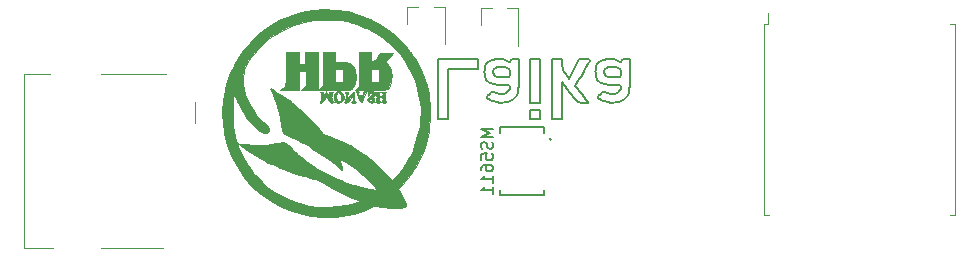
<source format=gbr>
%TF.GenerationSoftware,KiCad,Pcbnew,(5.1.6)-1*%
%TF.CreationDate,2021-06-02T18:30:26+10:00*%
%TF.ProjectId,L2_board,4c325f62-6f61-4726-942e-6b696361645f,2.0*%
%TF.SameCoordinates,Original*%
%TF.FileFunction,Legend,Bot*%
%TF.FilePolarity,Positive*%
%FSLAX46Y46*%
G04 Gerber Fmt 4.6, Leading zero omitted, Abs format (unit mm)*
G04 Created by KiCad (PCBNEW (5.1.6)-1) date 2021-06-02 18:30:26*
%MOMM*%
%LPD*%
G01*
G04 APERTURE LIST*
%ADD10C,0.200000*%
%ADD11C,0.010000*%
%ADD12C,0.120000*%
%ADD13C,0.152400*%
%ADD14C,0.100000*%
%ADD15C,0.150000*%
G04 APERTURE END LIST*
D10*
%TO.C,REF\u002A\u002A*%
X157480000Y-88900000D02*
X157830000Y-88900000D01*
X156083534Y-90392916D02*
X156477856Y-90400000D01*
X156477856Y-90400000D02*
X156909511Y-90394940D01*
X157830000Y-90309570D02*
X157823020Y-91048411D01*
X157823020Y-91048411D02*
X157797129Y-91493614D01*
X157830000Y-88900000D02*
X157830000Y-90309570D01*
X141630000Y-94000000D02*
X141630000Y-91450000D01*
X150230000Y-93600000D02*
X150230000Y-94000000D01*
X150230000Y-93200000D02*
X150230000Y-93600000D01*
X154061335Y-92596998D02*
X153894268Y-92600000D01*
X145854843Y-92240756D02*
X145751441Y-92166345D01*
X154202003Y-92587743D02*
X154061335Y-92596998D01*
X152130000Y-92435161D02*
X152130000Y-94000000D01*
X141630000Y-88900000D02*
X143330000Y-88900000D01*
X149830000Y-93200000D02*
X150230000Y-93200000D01*
X153977477Y-89873193D02*
X153836347Y-90112345D01*
X153229924Y-91174477D02*
X153779962Y-91845514D01*
X143730000Y-89700000D02*
X142430000Y-89700000D01*
X153141327Y-89718439D02*
X153580000Y-88902807D01*
X154424850Y-89135418D02*
X154082415Y-89700000D01*
X142030000Y-94000000D02*
X141630000Y-94000000D01*
X142430000Y-91850000D02*
X142430000Y-94000000D01*
X154082415Y-89700000D02*
X153977477Y-89873193D01*
X145030000Y-88900000D02*
X145030000Y-89300000D01*
X149430000Y-93200000D02*
X149830000Y-93200000D01*
X152702655Y-90534070D02*
X153141327Y-89718439D01*
X141630000Y-91450000D02*
X141630000Y-88900000D01*
X151230000Y-88900000D02*
X151680000Y-88900000D01*
X145030000Y-89700000D02*
X143730000Y-89700000D01*
X151680000Y-88900000D02*
X152130000Y-88900000D01*
X153779962Y-91845514D02*
X153990801Y-92105746D01*
X152794268Y-91735161D02*
X152130000Y-90870322D01*
X151680000Y-94000000D02*
X151230000Y-94000000D01*
X154168426Y-92331690D02*
X154320264Y-92529485D01*
X153548140Y-90612238D02*
X153229924Y-91174477D01*
X149430000Y-94000000D02*
X149430000Y-93600000D01*
X149430000Y-93600000D02*
X149430000Y-93200000D01*
X153836347Y-90112345D02*
X153685795Y-90371342D01*
X149830000Y-94000000D02*
X149430000Y-94000000D01*
X142430000Y-94000000D02*
X142030000Y-94000000D01*
X153685795Y-90371342D02*
X153548140Y-90612238D01*
X143330000Y-88900000D02*
X145030000Y-88900000D01*
X152130000Y-88900000D02*
X152132690Y-89375000D01*
X145030000Y-89300000D02*
X145030000Y-89700000D01*
X151230000Y-91450000D02*
X151230000Y-88900000D01*
X153990801Y-92105746D02*
X154168426Y-92331690D01*
X152130000Y-90870322D02*
X152130000Y-92435161D01*
X150230000Y-94000000D02*
X149830000Y-94000000D01*
X152130000Y-94000000D02*
X151680000Y-94000000D01*
X151230000Y-94000000D02*
X151230000Y-91450000D01*
X153580000Y-88902807D02*
X154058518Y-88901403D01*
X153229372Y-92289733D02*
X152794268Y-91735161D01*
X146155000Y-92402692D02*
X145992173Y-92322427D01*
X152419017Y-90192035D02*
X152702655Y-90534070D01*
X154315385Y-92574921D02*
X154202003Y-92587743D01*
X142430000Y-89700000D02*
X142430000Y-91850000D01*
X145743938Y-92075144D02*
X145802576Y-91992371D01*
X145882461Y-91898032D02*
X145977068Y-91802754D01*
X148080000Y-88900000D02*
X148430000Y-88900000D01*
X148423020Y-91048411D02*
X148397129Y-91493614D01*
X147479942Y-89040766D02*
X147624873Y-89131577D01*
X148430000Y-90309570D02*
X148423020Y-91048411D01*
X148430000Y-88900000D02*
X148430000Y-90309570D01*
X145977068Y-91802754D02*
X146114815Y-91683982D01*
X150230000Y-90750000D02*
X150230000Y-92600000D01*
X155254843Y-92240756D02*
X155151441Y-92166345D01*
X149830000Y-92600000D02*
X149430000Y-92600000D01*
X155143938Y-92075144D02*
X155202576Y-91992371D01*
X149830000Y-88900000D02*
X150230000Y-88900000D01*
X155555000Y-92402692D02*
X155392173Y-92322427D01*
X146683534Y-90392916D02*
X147077856Y-90400000D01*
X155377068Y-91802754D02*
X155514815Y-91683982D01*
X149430000Y-92600000D02*
X149430000Y-90750000D01*
X156879942Y-89040766D02*
X157024873Y-89131577D01*
X149430000Y-90750000D02*
X149430000Y-88900000D01*
X149430000Y-88900000D02*
X149830000Y-88900000D01*
X150230000Y-92600000D02*
X149830000Y-92600000D01*
X147077856Y-90400000D02*
X147509511Y-90394940D01*
X150230000Y-88900000D02*
X150230000Y-90750000D01*
X155282461Y-91898032D02*
X155377068Y-91802754D01*
X157117221Y-91353374D02*
G75*
G03*
X157112977Y-91206351I-122572J70035D01*
G01*
X156703975Y-91795647D02*
G75*
G03*
X156825841Y-91726275I-154100J412433D01*
G01*
X156172750Y-91822906D02*
G75*
G03*
X156340708Y-91836405I208887J1547459D01*
G01*
X155687109Y-91643684D02*
G75*
G03*
X155606566Y-91638282I-48360J-117895D01*
G01*
X155864447Y-91748021D02*
G75*
G03*
X156006520Y-91791369I462443J1261166D01*
G01*
X155777782Y-91698159D02*
G75*
G03*
X155864447Y-91748021I188019J226549D01*
G01*
X155606565Y-91638282D02*
G75*
G03*
X155514815Y-91683982I63040J-241512D01*
G01*
X156457512Y-88885435D02*
G75*
G03*
X155911587Y-88888710I-260505J-2078426D01*
G01*
X154982077Y-90428858D02*
G75*
G03*
X155105000Y-90693856I587903J111698D01*
G01*
X156825841Y-91726275D02*
G75*
G03*
X156939994Y-91612490I-475852J591542D01*
G01*
X156551746Y-91830026D02*
G75*
G03*
X156703976Y-91795647I-50005J575639D01*
G01*
X155105000Y-90693856D02*
G75*
G03*
X155316569Y-90862431I487851J395225D01*
G01*
X156340707Y-91836406D02*
G75*
G03*
X156551745Y-91830027I49061J1871077D01*
G01*
X147648342Y-90363969D02*
G75*
G03*
X147711302Y-90286798I-44309J100418D01*
G01*
X155652836Y-90988731D02*
G75*
G03*
X156087872Y-91069485I724964J2693309D01*
G01*
X155394144Y-89031333D02*
G75*
G03*
X155058180Y-89291334I325872J-768141D01*
G01*
X156972957Y-91119636D02*
G75*
G03*
X156605000Y-91097614I-383127J-3316495D01*
G01*
X155143938Y-92075144D02*
G75*
G03*
X155130000Y-92122320I72867J-47176D01*
G01*
X147509511Y-90394940D02*
G75*
G03*
X147648342Y-90363968I-8557J364998D01*
G01*
X157024873Y-89131577D02*
G75*
G03*
X157087060Y-89150322I68318J114120D01*
G01*
X156879943Y-89040767D02*
G75*
G03*
X156457512Y-88885435I-546423J-833944D01*
G01*
X156939993Y-91612489D02*
G75*
G03*
X157117220Y-91353374I-1511849J1224221D01*
G01*
X155911587Y-88888710D02*
G75*
G03*
X155394144Y-89031333I277273J-2015918D01*
G01*
X154933322Y-89989690D02*
G75*
G03*
X154982076Y-90428858I2863385J95589D01*
G01*
X155316569Y-90862432D02*
G75*
G03*
X155652836Y-90988731I821516J1676449D01*
G01*
X156006520Y-91791369D02*
G75*
G03*
X156172749Y-91822907I378571J1541500D01*
G01*
X155254844Y-92240756D02*
G75*
G03*
X155392173Y-92322427I943511J1430213D01*
G01*
X155058180Y-89291334D02*
G75*
G03*
X154952313Y-89550854I420607J-322932D01*
G01*
X147711302Y-90286798D02*
G75*
G03*
X147730000Y-90112244I-805415J174553D01*
G01*
X155777782Y-91698159D02*
G75*
G03*
X155687108Y-91643684I-223471J-269266D01*
G01*
X146506344Y-90360394D02*
G75*
G03*
X146683534Y-90392916I199489J587921D01*
G01*
X155130000Y-92122320D02*
G75*
G03*
X155151441Y-92166345I55919J0D01*
G01*
X154952314Y-89550855D02*
G75*
G03*
X154933322Y-89989690I2848592J-343105D01*
G01*
X156087872Y-91069486D02*
G75*
G03*
X156605000Y-91097614I540769J5174136D01*
G01*
X157112976Y-91206351D02*
G75*
G03*
X156972956Y-91119636I-162231J-105553D01*
G01*
X155282462Y-91898032D02*
G75*
G03*
X155202576Y-91992371I1019712J-944477D01*
G01*
X146155000Y-92402692D02*
G75*
G03*
X146762307Y-92575032I875358J1928458D01*
G01*
X147918325Y-88908187D02*
G75*
G03*
X147812450Y-88935878I35892J-353476D01*
G01*
X147057512Y-88885435D02*
G75*
G03*
X146511587Y-88888710I-260505J-2078426D01*
G01*
X146687872Y-91069486D02*
G75*
G03*
X147205000Y-91097614I540769J5174136D01*
G01*
X146464447Y-91748021D02*
G75*
G03*
X146606520Y-91791369I462443J1261166D01*
G01*
X147303975Y-91795647D02*
G75*
G03*
X147425841Y-91726275I-154100J412433D01*
G01*
X147687059Y-89150321D02*
G75*
G03*
X147719406Y-89127145I1482J32093D01*
G01*
X146862555Y-89517225D02*
G75*
G03*
X146706694Y-89534717I-5086J-657824D01*
G01*
X146377782Y-91698159D02*
G75*
G03*
X146287108Y-91643684I-223471J-269266D01*
G01*
X147690701Y-89879115D02*
G75*
G03*
X147577421Y-89712129I-367901J-127661D01*
G01*
X145994144Y-89031333D02*
G75*
G03*
X145658180Y-89291334I325872J-768141D01*
G01*
X147479943Y-89040767D02*
G75*
G03*
X147057512Y-88885435I-546423J-833944D01*
G01*
X146706694Y-89534717D02*
G75*
G03*
X146569357Y-89586825I128494J-545703D01*
G01*
X146306452Y-90138253D02*
G75*
G03*
X146397957Y-90285280I611680J278701D01*
G01*
X145552314Y-89550855D02*
G75*
G03*
X145533322Y-89989690I2848592J-343105D01*
G01*
X148348480Y-91790099D02*
G75*
G03*
X148397129Y-91493614I-2240718J519904D01*
G01*
X146249110Y-89985362D02*
G75*
G03*
X146306452Y-90138252I1139510J340179D01*
G01*
X147539993Y-91612489D02*
G75*
G03*
X147717220Y-91353374I-1511849J1224221D01*
G01*
X145743938Y-92075144D02*
G75*
G03*
X145730000Y-92122320I72867J-47176D01*
G01*
X146247952Y-89887097D02*
G75*
G03*
X146249110Y-89985362I172530J-47105D01*
G01*
X147729999Y-90112244D02*
G75*
G03*
X147690701Y-89879115I-711144J0D01*
G01*
X147752390Y-88983888D02*
G75*
G03*
X147730000Y-89052305I93335J-68417D01*
G01*
X146569357Y-89586824D02*
G75*
G03*
X146432050Y-89678231I419671J-779246D01*
G01*
X147381397Y-92555672D02*
G75*
G03*
X147911722Y-92353509I-307307J1602812D01*
G01*
X146606520Y-91791369D02*
G75*
G03*
X146772749Y-91822907I378571J1541500D01*
G01*
X148079999Y-88900000D02*
G75*
G03*
X147918324Y-88908187I2J-1600398D01*
G01*
X145658180Y-89291334D02*
G75*
G03*
X145552313Y-89550854I420607J-322932D01*
G01*
X146762307Y-92575032D02*
G75*
G03*
X147381397Y-92555672I248856J1950379D01*
G01*
X147911722Y-92353508D02*
G75*
G03*
X148265215Y-91998099I-521732J872416D01*
G01*
X148265215Y-91998100D02*
G75*
G03*
X148348480Y-91790099I-633755J374368D01*
G01*
X145916568Y-90862431D02*
G75*
G03*
X146252835Y-90988731I821517J1676448D01*
G01*
X146252836Y-90988731D02*
G75*
G03*
X146687872Y-91069485I724964J2693309D01*
G01*
X145533322Y-89989690D02*
G75*
G03*
X145582076Y-90428858I2863385J95589D01*
G01*
X146377782Y-91698159D02*
G75*
G03*
X146464447Y-91748021I188019J226549D01*
G01*
X147425841Y-91726275D02*
G75*
G03*
X147539994Y-91612490I-475852J591542D01*
G01*
X146772750Y-91822906D02*
G75*
G03*
X146940708Y-91836405I208887J1547459D01*
G01*
X147717221Y-91353374D02*
G75*
G03*
X147712977Y-91206351I-122572J70035D01*
G01*
X147712976Y-91206351D02*
G75*
G03*
X147572956Y-91119636I-162231J-105553D01*
G01*
X146940707Y-91836406D02*
G75*
G03*
X147151745Y-91830027I49061J1871077D01*
G01*
X147719407Y-89127145D02*
G75*
G03*
X147730000Y-89052305I-259074J74840D01*
G01*
X145582077Y-90428858D02*
G75*
G03*
X145705000Y-90693856I587903J111698D01*
G01*
X145705000Y-90693856D02*
G75*
G03*
X145916569Y-90862431I487851J395225D01*
G01*
X147572957Y-91119636D02*
G75*
G03*
X147205000Y-91097614I-383127J-3316495D01*
G01*
X145882462Y-91898032D02*
G75*
G03*
X145802576Y-91992371I1019712J-944477D01*
G01*
X146287109Y-91643684D02*
G75*
G03*
X146206566Y-91638282I-48360J-117895D01*
G01*
X146206565Y-91638282D02*
G75*
G03*
X146114815Y-91683982I63040J-241512D01*
G01*
X146299019Y-89798614D02*
G75*
G03*
X146247951Y-89887097I142854J-141428D01*
G01*
X146511587Y-88888710D02*
G75*
G03*
X145994144Y-89031333I277273J-2015918D01*
G01*
X147373852Y-89599868D02*
G75*
G03*
X147057375Y-89530989I-582648J-1915578D01*
G01*
X147812450Y-88935879D02*
G75*
G03*
X147752390Y-88983888I58809J-135143D01*
G01*
X147624873Y-89131577D02*
G75*
G03*
X147687060Y-89150322I68318J114120D01*
G01*
X146397956Y-90285280D02*
G75*
G03*
X146506344Y-90360394I185347J151694D01*
G01*
X147151746Y-91830026D02*
G75*
G03*
X147303976Y-91795647I-50005J575639D01*
G01*
X147057375Y-89530988D02*
G75*
G03*
X146862555Y-89517225I-206852J-1542211D01*
G01*
X146432050Y-89678231D02*
G75*
G03*
X146299020Y-89798614I1029245J-1271064D01*
G01*
X147577421Y-89712128D02*
G75*
G03*
X147373852Y-89599868I-366829J-424492D01*
G01*
X153615213Y-92572830D02*
G75*
G03*
X153894268Y-92600000I279055J1419469D01*
G01*
X145730000Y-92122320D02*
G75*
G03*
X145751441Y-92166345I55919J0D01*
G01*
X145854844Y-92240756D02*
G75*
G03*
X145992173Y-92322427I943511J1430213D01*
G01*
X153428746Y-92487268D02*
G75*
G03*
X153615213Y-92572830I271068J344776D01*
G01*
X154392349Y-88915635D02*
G75*
G03*
X154058518Y-88901403I-323070J-3655591D01*
G01*
X153229373Y-92289733D02*
G75*
G03*
X153428747Y-92487267I958653J768204D01*
G01*
X154315385Y-92574921D02*
G75*
G03*
X154330000Y-92558275I-2172J16646D01*
G01*
X154424849Y-89135418D02*
G75*
G03*
X154462546Y-88990045I-230507J137347D01*
G01*
X154330000Y-92558274D02*
G75*
G03*
X154320264Y-92529485I-47437J-1D01*
G01*
X154462546Y-88990045D02*
G75*
G03*
X154392349Y-88915636I-76977J-2303D01*
G01*
X152148187Y-89627334D02*
G75*
G03*
X152193296Y-89822589I906261J106532D01*
G01*
X152278710Y-89999006D02*
G75*
G03*
X152419017Y-90192035I1580815J1001532D01*
G01*
X152193296Y-89822590D02*
G75*
G03*
X152278711Y-89999006I814290J285366D01*
G01*
X152132689Y-89374999D02*
G75*
G03*
X152148187Y-89627334I2271523J12864D01*
G01*
X155832050Y-89678231D02*
G75*
G03*
X155699020Y-89798614I1029245J-1271064D01*
G01*
X156909511Y-90394940D02*
G75*
G03*
X157048342Y-90363968I-8557J364998D01*
G01*
X156262555Y-89517225D02*
G75*
G03*
X156106694Y-89534717I-5086J-657824D01*
G01*
X157748480Y-91790099D02*
G75*
G03*
X157797129Y-91493614I-2240718J519904D01*
G01*
X155555000Y-92402692D02*
G75*
G03*
X156162307Y-92575032I875358J1928458D01*
G01*
X156781397Y-92555672D02*
G75*
G03*
X157311722Y-92353509I-307307J1602812D01*
G01*
X156106694Y-89534717D02*
G75*
G03*
X155969357Y-89586825I128494J-545703D01*
G01*
X157311722Y-92353508D02*
G75*
G03*
X157665215Y-91998099I-521732J872416D01*
G01*
X156977421Y-89712128D02*
G75*
G03*
X156773852Y-89599868I-366829J-424492D01*
G01*
X155797956Y-90285280D02*
G75*
G03*
X155906344Y-90360394I185347J151694D01*
G01*
X156773852Y-89599868D02*
G75*
G03*
X156457375Y-89530989I-582648J-1915578D01*
G01*
X157090701Y-89879115D02*
G75*
G03*
X156977421Y-89712129I-367901J-127661D01*
G01*
X157129999Y-90112244D02*
G75*
G03*
X157090701Y-89879115I-711144J0D01*
G01*
X155906344Y-90360394D02*
G75*
G03*
X156083534Y-90392916I199489J587921D01*
G01*
X155699019Y-89798614D02*
G75*
G03*
X155647951Y-89887097I142854J-141428D01*
G01*
X157318325Y-88908187D02*
G75*
G03*
X157212450Y-88935878I35892J-353476D01*
G01*
X155706452Y-90138253D02*
G75*
G03*
X155797957Y-90285280I611680J278701D01*
G01*
X155969357Y-89586824D02*
G75*
G03*
X155832050Y-89678231I419671J-779246D01*
G01*
X156457375Y-89530988D02*
G75*
G03*
X156262555Y-89517225I-206852J-1542211D01*
G01*
X156162307Y-92575032D02*
G75*
G03*
X156781397Y-92555672I248856J1950379D01*
G01*
X157119407Y-89127145D02*
G75*
G03*
X157130000Y-89052305I-259074J74840D01*
G01*
X155647952Y-89887097D02*
G75*
G03*
X155649110Y-89985362I172530J-47105D01*
G01*
X157665215Y-91998100D02*
G75*
G03*
X157748480Y-91790099I-633755J374368D01*
G01*
X155649110Y-89985362D02*
G75*
G03*
X155706452Y-90138252I1139510J340179D01*
G01*
X157212450Y-88935879D02*
G75*
G03*
X157152390Y-88983888I58809J-135143D01*
G01*
X157087059Y-89150321D02*
G75*
G03*
X157119406Y-89127145I1482J32093D01*
G01*
X157479999Y-88900000D02*
G75*
G03*
X157318324Y-88908187I2J-1600398D01*
G01*
X157048342Y-90363969D02*
G75*
G03*
X157111302Y-90286798I-44309J100418D01*
G01*
X157152390Y-88983888D02*
G75*
G03*
X157130000Y-89052305I93335J-68417D01*
G01*
X157111302Y-90286798D02*
G75*
G03*
X157130000Y-90112244I-805415J174553D01*
G01*
D11*
%TO.C,G\u002A\u002A\u002A*%
G36*
X137148150Y-92567051D02*
G01*
X137221580Y-92527834D01*
X137223500Y-92519500D01*
X137175178Y-92457846D01*
X137160000Y-92456000D01*
X137121152Y-92400028D01*
X137100128Y-92259464D01*
X137096098Y-92075341D01*
X137108229Y-91888688D01*
X137135690Y-91740538D01*
X137175875Y-91672555D01*
X137171288Y-91653039D01*
X137066156Y-91641693D01*
X137001250Y-91640527D01*
X136863022Y-91647204D01*
X136814683Y-91664007D01*
X136826625Y-91672555D01*
X136888002Y-91753749D01*
X136906000Y-91858042D01*
X136878469Y-91975234D01*
X136772051Y-92011018D01*
X136747250Y-92011500D01*
X136626017Y-91984888D01*
X136588998Y-91882017D01*
X136588500Y-91858042D01*
X136617686Y-91727602D01*
X136667875Y-91672555D01*
X136663288Y-91653039D01*
X136558156Y-91641693D01*
X136493250Y-91640527D01*
X136355022Y-91647204D01*
X136306683Y-91664007D01*
X136318625Y-91672555D01*
X136360070Y-91744794D01*
X136386987Y-91895070D01*
X136398543Y-92082351D01*
X136393907Y-92265606D01*
X136372248Y-92403805D01*
X136334500Y-92456000D01*
X136272845Y-92504322D01*
X136271000Y-92519500D01*
X136326821Y-92561472D01*
X136464082Y-92582452D01*
X136493250Y-92583000D01*
X136640150Y-92567051D01*
X136713580Y-92527834D01*
X136715500Y-92519500D01*
X136667178Y-92457846D01*
X136652000Y-92456000D01*
X136604265Y-92401658D01*
X136588500Y-92297250D01*
X136614727Y-92176409D01*
X136717994Y-92139171D01*
X136747250Y-92138500D01*
X136868091Y-92164728D01*
X136905329Y-92267995D01*
X136906000Y-92297250D01*
X136884263Y-92416587D01*
X136842500Y-92456000D01*
X136780845Y-92504322D01*
X136779000Y-92519500D01*
X136834821Y-92561472D01*
X136972082Y-92582452D01*
X137001250Y-92583000D01*
X137148150Y-92567051D01*
G37*
X137148150Y-92567051D02*
X137221580Y-92527834D01*
X137223500Y-92519500D01*
X137175178Y-92457846D01*
X137160000Y-92456000D01*
X137121152Y-92400028D01*
X137100128Y-92259464D01*
X137096098Y-92075341D01*
X137108229Y-91888688D01*
X137135690Y-91740538D01*
X137175875Y-91672555D01*
X137171288Y-91653039D01*
X137066156Y-91641693D01*
X137001250Y-91640527D01*
X136863022Y-91647204D01*
X136814683Y-91664007D01*
X136826625Y-91672555D01*
X136888002Y-91753749D01*
X136906000Y-91858042D01*
X136878469Y-91975234D01*
X136772051Y-92011018D01*
X136747250Y-92011500D01*
X136626017Y-91984888D01*
X136588998Y-91882017D01*
X136588500Y-91858042D01*
X136617686Y-91727602D01*
X136667875Y-91672555D01*
X136663288Y-91653039D01*
X136558156Y-91641693D01*
X136493250Y-91640527D01*
X136355022Y-91647204D01*
X136306683Y-91664007D01*
X136318625Y-91672555D01*
X136360070Y-91744794D01*
X136386987Y-91895070D01*
X136398543Y-92082351D01*
X136393907Y-92265606D01*
X136372248Y-92403805D01*
X136334500Y-92456000D01*
X136272845Y-92504322D01*
X136271000Y-92519500D01*
X136326821Y-92561472D01*
X136464082Y-92582452D01*
X136493250Y-92583000D01*
X136640150Y-92567051D01*
X136713580Y-92527834D01*
X136715500Y-92519500D01*
X136667178Y-92457846D01*
X136652000Y-92456000D01*
X136604265Y-92401658D01*
X136588500Y-92297250D01*
X136614727Y-92176409D01*
X136717994Y-92139171D01*
X136747250Y-92138500D01*
X136868091Y-92164728D01*
X136905329Y-92267995D01*
X136906000Y-92297250D01*
X136884263Y-92416587D01*
X136842500Y-92456000D01*
X136780845Y-92504322D01*
X136779000Y-92519500D01*
X136834821Y-92561472D01*
X136972082Y-92582452D01*
X137001250Y-92583000D01*
X137148150Y-92567051D01*
G36*
X135188057Y-92458844D02*
G01*
X135191500Y-92429451D01*
X135218606Y-92332355D01*
X135289120Y-92162663D01*
X135372179Y-91988699D01*
X135552858Y-91630500D01*
X135368431Y-91630500D01*
X135249653Y-91647092D01*
X135219033Y-91687119D01*
X135219708Y-91688270D01*
X135232440Y-91806887D01*
X135155165Y-91908848D01*
X135032750Y-91948000D01*
X134908207Y-91907952D01*
X134839857Y-91816852D01*
X134851650Y-91718269D01*
X134887724Y-91684175D01*
X134905580Y-91645477D01*
X134800271Y-91631489D01*
X134797865Y-91631473D01*
X134626480Y-91630500D01*
X134725648Y-91868625D01*
X134817467Y-92075000D01*
X134969250Y-92075000D01*
X134983645Y-92020638D01*
X135029002Y-92011500D01*
X135115884Y-92044654D01*
X135128000Y-92075000D01*
X135082424Y-92136683D01*
X135068247Y-92138500D01*
X134982247Y-92092342D01*
X134969250Y-92075000D01*
X134817467Y-92075000D01*
X134868464Y-92189621D01*
X134988580Y-92414822D01*
X135080599Y-92535147D01*
X135130434Y-92549746D01*
X135188057Y-92458844D01*
G37*
X135188057Y-92458844D02*
X135191500Y-92429451D01*
X135218606Y-92332355D01*
X135289120Y-92162663D01*
X135372179Y-91988699D01*
X135552858Y-91630500D01*
X135368431Y-91630500D01*
X135249653Y-91647092D01*
X135219033Y-91687119D01*
X135219708Y-91688270D01*
X135232440Y-91806887D01*
X135155165Y-91908848D01*
X135032750Y-91948000D01*
X134908207Y-91907952D01*
X134839857Y-91816852D01*
X134851650Y-91718269D01*
X134887724Y-91684175D01*
X134905580Y-91645477D01*
X134800271Y-91631489D01*
X134797865Y-91631473D01*
X134626480Y-91630500D01*
X134725648Y-91868625D01*
X134817467Y-92075000D01*
X134969250Y-92075000D01*
X134983645Y-92020638D01*
X135029002Y-92011500D01*
X135115884Y-92044654D01*
X135128000Y-92075000D01*
X135082424Y-92136683D01*
X135068247Y-92138500D01*
X134982247Y-92092342D01*
X134969250Y-92075000D01*
X134817467Y-92075000D01*
X134868464Y-92189621D01*
X134988580Y-92414822D01*
X135080599Y-92535147D01*
X135130434Y-92549746D01*
X135188057Y-92458844D01*
G36*
X134563256Y-92564607D02*
G01*
X134619985Y-92520291D01*
X134620000Y-92519500D01*
X134571678Y-92457846D01*
X134556500Y-92456000D01*
X134523421Y-92397609D01*
X134500737Y-92242605D01*
X134493000Y-92037959D01*
X134485256Y-91830205D01*
X134464958Y-91687615D01*
X134436547Y-91641084D01*
X134367601Y-91698356D01*
X134249289Y-91823723D01*
X134150797Y-91938133D01*
X133921500Y-92214016D01*
X133921500Y-91959300D01*
X133939878Y-91785922D01*
X133986593Y-91682142D01*
X134000875Y-91672555D01*
X134000088Y-91650711D01*
X133898291Y-91636886D01*
X133861175Y-91635514D01*
X133722508Y-91641302D01*
X133692784Y-91673339D01*
X133718300Y-91706700D01*
X133771197Y-91821127D01*
X133794623Y-91997372D01*
X133789796Y-92188998D01*
X133757935Y-92349565D01*
X133700257Y-92432637D01*
X133699250Y-92433037D01*
X133610324Y-92497301D01*
X133634569Y-92556669D01*
X133760300Y-92582999D01*
X133761518Y-92583000D01*
X133885446Y-92547069D01*
X134023788Y-92427530D01*
X134158393Y-92261278D01*
X134397750Y-91939556D01*
X134418623Y-92147350D01*
X134401292Y-92342707D01*
X134339248Y-92428448D01*
X134249199Y-92516763D01*
X134277876Y-92566962D01*
X134427587Y-92582999D01*
X134429500Y-92583000D01*
X134563256Y-92564607D01*
G37*
X134563256Y-92564607D02*
X134619985Y-92520291D01*
X134620000Y-92519500D01*
X134571678Y-92457846D01*
X134556500Y-92456000D01*
X134523421Y-92397609D01*
X134500737Y-92242605D01*
X134493000Y-92037959D01*
X134485256Y-91830205D01*
X134464958Y-91687615D01*
X134436547Y-91641084D01*
X134367601Y-91698356D01*
X134249289Y-91823723D01*
X134150797Y-91938133D01*
X133921500Y-92214016D01*
X133921500Y-91959300D01*
X133939878Y-91785922D01*
X133986593Y-91682142D01*
X134000875Y-91672555D01*
X134000088Y-91650711D01*
X133898291Y-91636886D01*
X133861175Y-91635514D01*
X133722508Y-91641302D01*
X133692784Y-91673339D01*
X133718300Y-91706700D01*
X133771197Y-91821127D01*
X133794623Y-91997372D01*
X133789796Y-92188998D01*
X133757935Y-92349565D01*
X133700257Y-92432637D01*
X133699250Y-92433037D01*
X133610324Y-92497301D01*
X133634569Y-92556669D01*
X133760300Y-92582999D01*
X133761518Y-92583000D01*
X133885446Y-92547069D01*
X134023788Y-92427530D01*
X134158393Y-92261278D01*
X134397750Y-91939556D01*
X134418623Y-92147350D01*
X134401292Y-92342707D01*
X134339248Y-92428448D01*
X134249199Y-92516763D01*
X134277876Y-92566962D01*
X134427587Y-92582999D01*
X134429500Y-92583000D01*
X134563256Y-92564607D01*
G36*
X132726537Y-92563818D02*
G01*
X132778500Y-92519500D01*
X132727067Y-92463165D01*
X132683250Y-92456000D01*
X132621434Y-92400740D01*
X132586525Y-92261794D01*
X132577704Y-92079411D01*
X132594154Y-91893842D01*
X132635058Y-91745339D01*
X132699125Y-91674273D01*
X132718408Y-91654299D01*
X132630265Y-91640099D01*
X132584875Y-91637867D01*
X132438140Y-91640196D01*
X132378404Y-91684638D01*
X132372844Y-91807645D01*
X132377077Y-91868625D01*
X132394653Y-92106750D01*
X132284951Y-91868949D01*
X132209049Y-91720980D01*
X132151451Y-91637582D01*
X132140106Y-91630824D01*
X132089169Y-91679905D01*
X132002171Y-91803894D01*
X131961962Y-91868625D01*
X131818962Y-92106750D01*
X131841480Y-91868625D01*
X131848184Y-91713143D01*
X131813859Y-91647267D01*
X131717057Y-91635123D01*
X131702124Y-91635514D01*
X131610080Y-91648944D01*
X131619625Y-91672555D01*
X131661070Y-91744794D01*
X131687987Y-91895070D01*
X131699543Y-92082351D01*
X131694907Y-92265606D01*
X131673248Y-92403805D01*
X131635500Y-92456000D01*
X131573845Y-92504322D01*
X131572000Y-92519500D01*
X131625931Y-92568671D01*
X131718147Y-92583000D01*
X131817015Y-92556776D01*
X131903498Y-92461148D01*
X131999784Y-92270679D01*
X132008990Y-92249625D01*
X132153687Y-91916250D01*
X132284097Y-92249625D01*
X132367190Y-92442335D01*
X132440071Y-92542599D01*
X132529862Y-92579362D01*
X132596503Y-92583000D01*
X132726537Y-92563818D01*
G37*
X132726537Y-92563818D02*
X132778500Y-92519500D01*
X132727067Y-92463165D01*
X132683250Y-92456000D01*
X132621434Y-92400740D01*
X132586525Y-92261794D01*
X132577704Y-92079411D01*
X132594154Y-91893842D01*
X132635058Y-91745339D01*
X132699125Y-91674273D01*
X132718408Y-91654299D01*
X132630265Y-91640099D01*
X132584875Y-91637867D01*
X132438140Y-91640196D01*
X132378404Y-91684638D01*
X132372844Y-91807645D01*
X132377077Y-91868625D01*
X132394653Y-92106750D01*
X132284951Y-91868949D01*
X132209049Y-91720980D01*
X132151451Y-91637582D01*
X132140106Y-91630824D01*
X132089169Y-91679905D01*
X132002171Y-91803894D01*
X131961962Y-91868625D01*
X131818962Y-92106750D01*
X131841480Y-91868625D01*
X131848184Y-91713143D01*
X131813859Y-91647267D01*
X131717057Y-91635123D01*
X131702124Y-91635514D01*
X131610080Y-91648944D01*
X131619625Y-91672555D01*
X131661070Y-91744794D01*
X131687987Y-91895070D01*
X131699543Y-92082351D01*
X131694907Y-92265606D01*
X131673248Y-92403805D01*
X131635500Y-92456000D01*
X131573845Y-92504322D01*
X131572000Y-92519500D01*
X131625931Y-92568671D01*
X131718147Y-92583000D01*
X131817015Y-92556776D01*
X131903498Y-92461148D01*
X131999784Y-92270679D01*
X132008990Y-92249625D01*
X132153687Y-91916250D01*
X132284097Y-92249625D01*
X132367190Y-92442335D01*
X132440071Y-92542599D01*
X132529862Y-92579362D01*
X132596503Y-92583000D01*
X132726537Y-92563818D01*
G36*
X136138773Y-92558971D02*
G01*
X136197285Y-92484808D01*
X136207500Y-92388554D01*
X136194925Y-92243591D01*
X136148275Y-92214865D01*
X136054157Y-92299325D01*
X136015810Y-92344875D01*
X135916180Y-92437972D01*
X135839325Y-92427510D01*
X135823688Y-92413757D01*
X135800346Y-92348973D01*
X135868968Y-92267611D01*
X135976537Y-92191507D01*
X136126289Y-92080410D01*
X136224054Y-91982398D01*
X136237628Y-91959275D01*
X136235728Y-91835025D01*
X136172419Y-91704417D01*
X136079735Y-91628491D01*
X136062390Y-91625342D01*
X135943922Y-91617027D01*
X135810625Y-91607370D01*
X135687812Y-91613898D01*
X135642371Y-91683696D01*
X135637411Y-91787154D01*
X135638823Y-91979750D01*
X135755698Y-91827743D01*
X135859835Y-91732749D01*
X135944786Y-91720365D01*
X136013521Y-91813037D01*
X135962526Y-91923402D01*
X135826098Y-92024422D01*
X135690396Y-92147541D01*
X135627620Y-92297589D01*
X135641129Y-92437593D01*
X135734285Y-92530578D01*
X135778875Y-92543892D01*
X136007209Y-92575800D01*
X136138773Y-92558971D01*
G37*
X136138773Y-92558971D02*
X136197285Y-92484808D01*
X136207500Y-92388554D01*
X136194925Y-92243591D01*
X136148275Y-92214865D01*
X136054157Y-92299325D01*
X136015810Y-92344875D01*
X135916180Y-92437972D01*
X135839325Y-92427510D01*
X135823688Y-92413757D01*
X135800346Y-92348973D01*
X135868968Y-92267611D01*
X135976537Y-92191507D01*
X136126289Y-92080410D01*
X136224054Y-91982398D01*
X136237628Y-91959275D01*
X136235728Y-91835025D01*
X136172419Y-91704417D01*
X136079735Y-91628491D01*
X136062390Y-91625342D01*
X135943922Y-91617027D01*
X135810625Y-91607370D01*
X135687812Y-91613898D01*
X135642371Y-91683696D01*
X135637411Y-91787154D01*
X135638823Y-91979750D01*
X135755698Y-91827743D01*
X135859835Y-91732749D01*
X135944786Y-91720365D01*
X136013521Y-91813037D01*
X135962526Y-91923402D01*
X135826098Y-92024422D01*
X135690396Y-92147541D01*
X135627620Y-92297589D01*
X135641129Y-92437593D01*
X135734285Y-92530578D01*
X135778875Y-92543892D01*
X136007209Y-92575800D01*
X136138773Y-92558971D01*
G36*
X133331057Y-92554761D02*
G01*
X133497330Y-92453619D01*
X133609132Y-92290089D01*
X133645332Y-92085604D01*
X133584797Y-91861596D01*
X133566396Y-91828191D01*
X133408239Y-91660586D01*
X133209204Y-91601055D01*
X133093603Y-91618419D01*
X132899725Y-91732937D01*
X132797529Y-91931662D01*
X132778500Y-92112992D01*
X132782088Y-92150906D01*
X132981070Y-92150906D01*
X132991458Y-91934905D01*
X133058372Y-91779839D01*
X133163536Y-91705238D01*
X133288674Y-91730632D01*
X133337300Y-91770200D01*
X133394539Y-91890275D01*
X133415634Y-92066014D01*
X133402610Y-92248658D01*
X133357494Y-92389444D01*
X133309618Y-92436349D01*
X133158145Y-92437943D01*
X133040095Y-92334895D01*
X132981070Y-92150906D01*
X132782088Y-92150906D01*
X132797601Y-92314827D01*
X132866574Y-92439891D01*
X132919629Y-92484150D01*
X133131446Y-92572082D01*
X133331057Y-92554761D01*
G37*
X133331057Y-92554761D02*
X133497330Y-92453619D01*
X133609132Y-92290089D01*
X133645332Y-92085604D01*
X133584797Y-91861596D01*
X133566396Y-91828191D01*
X133408239Y-91660586D01*
X133209204Y-91601055D01*
X133093603Y-91618419D01*
X132899725Y-91732937D01*
X132797529Y-91931662D01*
X132778500Y-92112992D01*
X132782088Y-92150906D01*
X132981070Y-92150906D01*
X132991458Y-91934905D01*
X133058372Y-91779839D01*
X133163536Y-91705238D01*
X133288674Y-91730632D01*
X133337300Y-91770200D01*
X133394539Y-91890275D01*
X133415634Y-92066014D01*
X133402610Y-92248658D01*
X133357494Y-92389444D01*
X133309618Y-92436349D01*
X133158145Y-92437943D01*
X133040095Y-92334895D01*
X132981070Y-92150906D01*
X132782088Y-92150906D01*
X132797601Y-92314827D01*
X132866574Y-92439891D01*
X132919629Y-92484150D01*
X133131446Y-92572082D01*
X133331057Y-92554761D01*
G36*
X136330774Y-91500461D02*
G01*
X136718313Y-91491825D01*
X137028516Y-91478310D01*
X137244987Y-91460638D01*
X137351331Y-91439529D01*
X137352538Y-91438909D01*
X137455923Y-91323223D01*
X137546922Y-91110355D01*
X137617321Y-90830054D01*
X137658908Y-90512070D01*
X137666605Y-90301350D01*
X137630716Y-89920129D01*
X137532193Y-89593472D01*
X137380739Y-89347810D01*
X137284625Y-89261085D01*
X137141507Y-89160841D01*
X137468253Y-88783673D01*
X137622188Y-88601062D01*
X137737104Y-88455359D01*
X137792725Y-88372546D01*
X137795000Y-88365031D01*
X137736361Y-88348470D01*
X137579582Y-88339405D01*
X137353363Y-88339031D01*
X137239959Y-88341903D01*
X136684919Y-88360250D01*
X136398584Y-88754457D01*
X136252029Y-88943177D01*
X136125091Y-89083421D01*
X136041583Y-89149347D01*
X136032875Y-89151332D01*
X135985356Y-89104461D01*
X135959721Y-88952359D01*
X135953500Y-88741250D01*
X135953500Y-88328500D01*
X134874000Y-88328500D01*
X134874000Y-90805000D01*
X135953500Y-90805000D01*
X135953500Y-89725500D01*
X136588500Y-89725500D01*
X136588500Y-90805000D01*
X135953500Y-90805000D01*
X134874000Y-90805000D01*
X134874000Y-91147301D01*
X134703369Y-91325401D01*
X134532739Y-91503500D01*
X135882294Y-91503500D01*
X136330774Y-91500461D01*
G37*
X136330774Y-91500461D02*
X136718313Y-91491825D01*
X137028516Y-91478310D01*
X137244987Y-91460638D01*
X137351331Y-91439529D01*
X137352538Y-91438909D01*
X137455923Y-91323223D01*
X137546922Y-91110355D01*
X137617321Y-90830054D01*
X137658908Y-90512070D01*
X137666605Y-90301350D01*
X137630716Y-89920129D01*
X137532193Y-89593472D01*
X137380739Y-89347810D01*
X137284625Y-89261085D01*
X137141507Y-89160841D01*
X137468253Y-88783673D01*
X137622188Y-88601062D01*
X137737104Y-88455359D01*
X137792725Y-88372546D01*
X137795000Y-88365031D01*
X137736361Y-88348470D01*
X137579582Y-88339405D01*
X137353363Y-88339031D01*
X137239959Y-88341903D01*
X136684919Y-88360250D01*
X136398584Y-88754457D01*
X136252029Y-88943177D01*
X136125091Y-89083421D01*
X136041583Y-89149347D01*
X136032875Y-89151332D01*
X135985356Y-89104461D01*
X135959721Y-88952359D01*
X135953500Y-88741250D01*
X135953500Y-88328500D01*
X134874000Y-88328500D01*
X134874000Y-90805000D01*
X135953500Y-90805000D01*
X135953500Y-89725500D01*
X136588500Y-89725500D01*
X136588500Y-90805000D01*
X135953500Y-90805000D01*
X134874000Y-90805000D01*
X134874000Y-91147301D01*
X134703369Y-91325401D01*
X134532739Y-91503500D01*
X135882294Y-91503500D01*
X136330774Y-91500461D01*
G36*
X133305336Y-91503067D02*
G01*
X133644958Y-91500656D01*
X133892355Y-91494599D01*
X134064917Y-91483230D01*
X134180030Y-91464881D01*
X134255083Y-91437885D01*
X134307463Y-91400574D01*
X134346134Y-91360625D01*
X134489465Y-91142057D01*
X134577865Y-90853835D01*
X134616799Y-90474842D01*
X134619762Y-90303400D01*
X134609937Y-90011232D01*
X134575531Y-89803033D01*
X134508636Y-89636872D01*
X134486815Y-89598500D01*
X134357962Y-89404044D01*
X134228378Y-89276228D01*
X134067314Y-89201345D01*
X133844018Y-89165686D01*
X133527742Y-89155544D01*
X133492875Y-89155412D01*
X132905500Y-89154000D01*
X132905500Y-88328500D01*
X131889500Y-88328500D01*
X131889500Y-90805000D01*
X132905500Y-90805000D01*
X132905500Y-89725500D01*
X133540500Y-89725500D01*
X133540500Y-90805000D01*
X132905500Y-90805000D01*
X131889500Y-90805000D01*
X131889500Y-91054581D01*
X131692421Y-91279041D01*
X131495343Y-91503500D01*
X132856102Y-91503500D01*
X133305336Y-91503067D01*
G37*
X133305336Y-91503067D02*
X133644958Y-91500656D01*
X133892355Y-91494599D01*
X134064917Y-91483230D01*
X134180030Y-91464881D01*
X134255083Y-91437885D01*
X134307463Y-91400574D01*
X134346134Y-91360625D01*
X134489465Y-91142057D01*
X134577865Y-90853835D01*
X134616799Y-90474842D01*
X134619762Y-90303400D01*
X134609937Y-90011232D01*
X134575531Y-89803033D01*
X134508636Y-89636872D01*
X134486815Y-89598500D01*
X134357962Y-89404044D01*
X134228378Y-89276228D01*
X134067314Y-89201345D01*
X133844018Y-89165686D01*
X133527742Y-89155544D01*
X133492875Y-89155412D01*
X132905500Y-89154000D01*
X132905500Y-88328500D01*
X131889500Y-88328500D01*
X131889500Y-90805000D01*
X132905500Y-90805000D01*
X132905500Y-89725500D01*
X133540500Y-89725500D01*
X133540500Y-90805000D01*
X132905500Y-90805000D01*
X131889500Y-90805000D01*
X131889500Y-91054581D01*
X131692421Y-91279041D01*
X131495343Y-91503500D01*
X132856102Y-91503500D01*
X133305336Y-91503067D01*
G36*
X131445000Y-88328500D02*
G01*
X130365500Y-88328500D01*
X130365500Y-89344500D01*
X129794000Y-89344500D01*
X129794000Y-88328500D01*
X128714500Y-88328500D01*
X128714500Y-89757250D01*
X128712482Y-90167912D01*
X128706829Y-90532452D01*
X128698138Y-90832942D01*
X128687005Y-91051456D01*
X128674028Y-91170067D01*
X128666875Y-91186316D01*
X128591302Y-91223353D01*
X128463682Y-91314776D01*
X128428750Y-91342782D01*
X128238250Y-91498933D01*
X129016125Y-91501217D01*
X129794000Y-91503500D01*
X129794000Y-89916000D01*
X130429000Y-89916000D01*
X130429000Y-90500352D01*
X130427061Y-90777533D01*
X130415583Y-90960940D01*
X130386070Y-91083797D01*
X130330028Y-91179325D01*
X130238962Y-91280748D01*
X130226043Y-91294102D01*
X130023086Y-91503500D01*
X131445000Y-91503500D01*
X131445000Y-88328500D01*
G37*
X131445000Y-88328500D02*
X130365500Y-88328500D01*
X130365500Y-89344500D01*
X129794000Y-89344500D01*
X129794000Y-88328500D01*
X128714500Y-88328500D01*
X128714500Y-89757250D01*
X128712482Y-90167912D01*
X128706829Y-90532452D01*
X128698138Y-90832942D01*
X128687005Y-91051456D01*
X128674028Y-91170067D01*
X128666875Y-91186316D01*
X128591302Y-91223353D01*
X128463682Y-91314776D01*
X128428750Y-91342782D01*
X128238250Y-91498933D01*
X129016125Y-91501217D01*
X129794000Y-91503500D01*
X129794000Y-89916000D01*
X130429000Y-89916000D01*
X130429000Y-90500352D01*
X130427061Y-90777533D01*
X130415583Y-90960940D01*
X130386070Y-91083797D01*
X130330028Y-91179325D01*
X130238962Y-91280748D01*
X130226043Y-91294102D01*
X130023086Y-91503500D01*
X131445000Y-91503500D01*
X131445000Y-88328500D01*
G36*
X132868460Y-102250897D02*
G01*
X133891064Y-102100464D01*
X134371030Y-101987985D01*
X134746418Y-101888331D01*
X135029266Y-101808062D01*
X135250419Y-101736468D01*
X135440720Y-101662837D01*
X135631012Y-101576459D01*
X135807761Y-101489067D01*
X135970183Y-101410492D01*
X136099584Y-101365708D01*
X136234919Y-101350745D01*
X136415142Y-101361631D01*
X136679207Y-101394392D01*
X136703958Y-101397685D01*
X137049020Y-101434472D01*
X137421856Y-101458920D01*
X137797359Y-101471092D01*
X138150423Y-101471055D01*
X138455941Y-101458872D01*
X138688807Y-101434608D01*
X138823914Y-101398328D01*
X138833734Y-101392195D01*
X138881893Y-101345988D01*
X138896677Y-101282839D01*
X138872739Y-101177615D01*
X138804733Y-101005184D01*
X138702017Y-100773070D01*
X138580405Y-100512054D01*
X138463256Y-100276412D01*
X138369708Y-100104096D01*
X138343043Y-100061193D01*
X138226292Y-99887635D01*
X138621300Y-99457943D01*
X138840133Y-99207726D01*
X139061984Y-98934175D01*
X139245172Y-98689060D01*
X139274012Y-98647250D01*
X139406024Y-98456129D01*
X139512494Y-98309386D01*
X139572024Y-98236427D01*
X139574327Y-98234500D01*
X139641995Y-98145998D01*
X139746104Y-97964882D01*
X139874837Y-97716016D01*
X140016378Y-97424260D01*
X140158908Y-97114476D01*
X140290610Y-96811525D01*
X140399666Y-96540269D01*
X140459781Y-96371686D01*
X140594861Y-95952620D01*
X140696181Y-95616016D01*
X140769127Y-95329689D01*
X140819083Y-95061456D01*
X140851437Y-94779131D01*
X140871574Y-94450531D01*
X140884879Y-94043471D01*
X140890747Y-93796332D01*
X140899213Y-93197350D01*
X140892267Y-92695650D01*
X140865782Y-92262017D01*
X140815629Y-91867235D01*
X140737683Y-91482089D01*
X140627814Y-91077362D01*
X140481896Y-90623841D01*
X140415137Y-90429760D01*
X140335911Y-90225781D01*
X140223751Y-89967210D01*
X140091222Y-89679706D01*
X139950889Y-89388930D01*
X139815318Y-89120540D01*
X139697073Y-88900196D01*
X139608720Y-88753557D01*
X139572738Y-88709500D01*
X139519862Y-88644908D01*
X139417076Y-88502702D01*
X139284665Y-88311106D01*
X139256588Y-88269604D01*
X139073409Y-88026723D01*
X138820751Y-87730573D01*
X138526049Y-87409967D01*
X138216735Y-87093717D01*
X137920241Y-86810636D01*
X137664001Y-86589537D01*
X137636250Y-86567757D01*
X136785425Y-85983329D01*
X135880172Y-85500352D01*
X134934105Y-85122573D01*
X133960840Y-84853743D01*
X132973990Y-84697611D01*
X131987171Y-84657925D01*
X131013998Y-84738436D01*
X131000500Y-84740439D01*
X129989272Y-84940458D01*
X129051930Y-85230984D01*
X128165086Y-85620872D01*
X127305350Y-86118978D01*
X127231166Y-86167656D01*
X126402127Y-86791854D01*
X125659926Y-87508237D01*
X125006666Y-88314386D01*
X124444451Y-89207886D01*
X124236523Y-89607508D01*
X124011727Y-90092435D01*
X123837193Y-90539035D01*
X123693646Y-91002420D01*
X123562365Y-91535250D01*
X123406279Y-92421728D01*
X123338414Y-93285624D01*
X123348524Y-93647342D01*
X124243673Y-93647342D01*
X124243716Y-93472000D01*
X124247317Y-93070531D01*
X124256337Y-92697015D01*
X124269743Y-92376107D01*
X124286500Y-92132460D01*
X124305573Y-91990731D01*
X124305914Y-91989336D01*
X124366451Y-91744922D01*
X124619600Y-92396613D01*
X124997160Y-93204387D01*
X125469881Y-93928246D01*
X126038422Y-94569116D01*
X126380855Y-94877137D01*
X126667715Y-95083866D01*
X126902858Y-95180476D01*
X127094233Y-95168958D01*
X127217714Y-95086715D01*
X127307445Y-94960902D01*
X127320586Y-94824852D01*
X127250270Y-94663435D01*
X127089628Y-94461518D01*
X126831795Y-94203970D01*
X126806221Y-94180003D01*
X126309458Y-93671012D01*
X125910424Y-93153468D01*
X125583402Y-92588984D01*
X125302675Y-91939177D01*
X125299829Y-91931627D01*
X125225318Y-91720978D01*
X125175870Y-91536302D01*
X125146599Y-91341696D01*
X125132619Y-91101257D01*
X125129044Y-90779083D01*
X125129214Y-90678000D01*
X125131658Y-90344286D01*
X125140636Y-90103737D01*
X125162257Y-89922519D01*
X125202635Y-89766798D01*
X125267882Y-89602739D01*
X125358631Y-89408000D01*
X125536951Y-89067695D01*
X125741166Y-88751867D01*
X125992590Y-88432339D01*
X126312539Y-88080932D01*
X126530531Y-87858772D01*
X126806140Y-87586574D01*
X127027186Y-87379447D01*
X127226668Y-87210475D01*
X127437583Y-87052737D01*
X127692929Y-86879317D01*
X127883622Y-86754965D01*
X128615800Y-86343820D01*
X129428354Y-85999496D01*
X130286717Y-85734808D01*
X131064000Y-85576160D01*
X131261642Y-85558408D01*
X131552890Y-85547813D01*
X131904573Y-85544006D01*
X132283520Y-85546615D01*
X132656559Y-85555272D01*
X132990520Y-85569607D01*
X133252232Y-85589251D01*
X133350000Y-85601639D01*
X133856637Y-85697160D01*
X134344811Y-85815614D01*
X134777490Y-85947034D01*
X135096644Y-86071709D01*
X135290908Y-86157111D01*
X135438367Y-86215582D01*
X135498751Y-86233000D01*
X135580746Y-86265801D01*
X135743795Y-86354092D01*
X135963423Y-86482704D01*
X136215156Y-86636471D01*
X136474518Y-86800225D01*
X136717033Y-86958798D01*
X136918228Y-87097022D01*
X137038495Y-87187203D01*
X137212323Y-87338461D01*
X137443626Y-87553476D01*
X137702927Y-87803441D01*
X137960748Y-88059548D01*
X138187612Y-88292991D01*
X138341832Y-88460902D01*
X138521639Y-88692930D01*
X138733366Y-89007260D01*
X138956852Y-89370367D01*
X139171934Y-89748725D01*
X139358448Y-90108809D01*
X139445769Y-90296476D01*
X139630961Y-90779399D01*
X139799978Y-91336822D01*
X139944295Y-91930012D01*
X140055390Y-92520235D01*
X140124740Y-93068756D01*
X140144500Y-93472000D01*
X140117176Y-93954899D01*
X140040889Y-94512309D01*
X139924160Y-95105494D01*
X139775513Y-95695723D01*
X139603470Y-96244260D01*
X139445769Y-96647525D01*
X139283549Y-96986274D01*
X139084090Y-97360089D01*
X138883569Y-97702075D01*
X138829501Y-97787100D01*
X138639995Y-98074057D01*
X138488161Y-98290482D01*
X138344771Y-98473794D01*
X138180596Y-98661411D01*
X137972179Y-98884661D01*
X137736608Y-99133333D01*
X136860929Y-98252102D01*
X136561859Y-97957611D01*
X136264962Y-97676821D01*
X135992056Y-97429534D01*
X135764958Y-97235548D01*
X135613586Y-97120060D01*
X135206084Y-96847311D01*
X134893837Y-96643616D01*
X134668886Y-96504030D01*
X134523273Y-96423609D01*
X134450666Y-96397472D01*
X134364534Y-96350622D01*
X134355416Y-96333467D01*
X134288689Y-96278701D01*
X134126866Y-96186769D01*
X133892598Y-96068095D01*
X133608537Y-95933103D01*
X133297333Y-95792217D01*
X132981637Y-95655862D01*
X132684101Y-95534460D01*
X132427374Y-95438437D01*
X132363084Y-95416592D01*
X132079998Y-95313946D01*
X131894960Y-95220799D01*
X131781360Y-95122359D01*
X131747754Y-95074560D01*
X131614072Y-94889247D01*
X131401332Y-94638335D01*
X131126803Y-94338990D01*
X130807757Y-94008375D01*
X130461465Y-93663655D01*
X130105196Y-93321993D01*
X129756223Y-93000554D01*
X129431815Y-92716503D01*
X129149243Y-92487003D01*
X129127250Y-92470214D01*
X128947175Y-92339108D01*
X128714680Y-92177697D01*
X128451800Y-92000343D01*
X128180570Y-91821407D01*
X127923027Y-91655250D01*
X127701208Y-91516233D01*
X127537147Y-91418717D01*
X127452881Y-91377064D01*
X127449041Y-91376500D01*
X127383753Y-91422150D01*
X127381000Y-91440000D01*
X127422226Y-91501723D01*
X127434867Y-91503500D01*
X127479540Y-91539480D01*
X127543428Y-91654261D01*
X127630882Y-91858108D01*
X127746251Y-92161285D01*
X127893884Y-92574057D01*
X127919235Y-92646500D01*
X128079680Y-93182136D01*
X128216977Y-93807782D01*
X128334382Y-94539024D01*
X128367404Y-94790828D01*
X128381865Y-94917504D01*
X128399778Y-95011586D01*
X128438209Y-95086072D01*
X128514220Y-95153961D01*
X128644878Y-95228251D01*
X128847245Y-95321938D01*
X129138386Y-95448022D01*
X129349500Y-95538892D01*
X129570421Y-95639141D01*
X129752909Y-95730660D01*
X129857473Y-95793644D01*
X129857500Y-95793665D01*
X129970834Y-95868031D01*
X130144538Y-95965533D01*
X130221611Y-96005375D01*
X130402298Y-96106330D01*
X130660024Y-96263616D01*
X130968317Y-96459983D01*
X131300705Y-96678181D01*
X131630714Y-96900959D01*
X131931873Y-97111067D01*
X132057531Y-97201712D01*
X132512677Y-97537500D01*
X132867837Y-97805982D01*
X133128146Y-98011112D01*
X133298743Y-98156844D01*
X133301712Y-98159585D01*
X133422473Y-98254750D01*
X133502848Y-98288135D01*
X133511887Y-98284280D01*
X133510236Y-98211240D01*
X133473235Y-98050328D01*
X133408471Y-97833191D01*
X133391213Y-97780909D01*
X133319774Y-97557658D01*
X133271537Y-97386116D01*
X133254928Y-97296895D01*
X133256428Y-97291277D01*
X133318170Y-97312161D01*
X133461595Y-97393703D01*
X133665682Y-97521855D01*
X133909410Y-97682568D01*
X134171758Y-97861794D01*
X134431707Y-98045485D01*
X134668234Y-98219594D01*
X134811312Y-98330398D01*
X135025366Y-98510617D01*
X135294122Y-98750738D01*
X135583598Y-99019756D01*
X135859815Y-99286664D01*
X135866170Y-99292956D01*
X136120907Y-99549833D01*
X136289812Y-99732222D01*
X136381308Y-99850747D01*
X136403822Y-99916034D01*
X136377046Y-99937232D01*
X136249056Y-99938133D01*
X136037186Y-99916159D01*
X135781161Y-99877597D01*
X135520707Y-99828733D01*
X135295552Y-99775852D01*
X135223250Y-99754657D01*
X135078778Y-99711582D01*
X134850005Y-99646830D01*
X134575407Y-99571204D01*
X134429500Y-99531764D01*
X134135610Y-99447639D01*
X133858113Y-99359150D01*
X133640435Y-99280495D01*
X133572250Y-99251479D01*
X133376662Y-99163772D01*
X133123263Y-99054603D01*
X132905500Y-98963574D01*
X132567112Y-98809004D01*
X132162576Y-98599750D01*
X131728220Y-98356143D01*
X131300375Y-98098513D01*
X130937000Y-97861994D01*
X130668764Y-97675461D01*
X130393014Y-97477645D01*
X130133477Y-97286233D01*
X129913884Y-97118914D01*
X129757963Y-96993374D01*
X129698458Y-96938797D01*
X129628799Y-96868546D01*
X129488814Y-96731365D01*
X129299923Y-96548139D01*
X129117431Y-96372291D01*
X128600195Y-95875332D01*
X127974722Y-96012398D01*
X127047052Y-96155839D01*
X126102996Y-96187553D01*
X125173581Y-96107306D01*
X124777500Y-96036515D01*
X124672621Y-96020744D01*
X124677166Y-96049611D01*
X124719569Y-96087049D01*
X125270563Y-96505827D01*
X125897306Y-96915832D01*
X126509286Y-97263175D01*
X126725962Y-97378930D01*
X126896130Y-97473479D01*
X126990817Y-97530604D01*
X127000000Y-97537832D01*
X127069267Y-97577350D01*
X127225393Y-97652775D01*
X127438559Y-97749858D01*
X127508000Y-97780561D01*
X127771988Y-97897350D01*
X128026582Y-98011417D01*
X128221294Y-98100125D01*
X128238250Y-98107996D01*
X128526960Y-98228314D01*
X128908521Y-98366937D01*
X129351857Y-98514389D01*
X129825894Y-98661196D01*
X130299559Y-98797883D01*
X130741775Y-98914975D01*
X131121469Y-99002998D01*
X131264880Y-99030818D01*
X131454312Y-99087056D01*
X131604320Y-99168833D01*
X131614130Y-99177162D01*
X131795745Y-99315311D01*
X132070913Y-99492323D01*
X132416879Y-99696054D01*
X132810889Y-99914365D01*
X133230188Y-100135112D01*
X133652021Y-100346155D01*
X134053632Y-100535350D01*
X134412267Y-100690557D01*
X134556500Y-100747180D01*
X135032750Y-100926287D01*
X134588250Y-101066152D01*
X133869432Y-101245088D01*
X133081202Y-101358498D01*
X132261076Y-101405268D01*
X131446571Y-101384280D01*
X130675204Y-101294419D01*
X130206750Y-101196534D01*
X129556668Y-100996043D01*
X128889245Y-100725542D01*
X128240932Y-100403089D01*
X127648184Y-100046745D01*
X127165531Y-99689764D01*
X126801818Y-99362480D01*
X126424952Y-98982721D01*
X126063882Y-98582547D01*
X125747555Y-98194023D01*
X125507620Y-97853500D01*
X125370031Y-97636130D01*
X125232619Y-97420330D01*
X125184693Y-97345500D01*
X125084985Y-97167747D01*
X124968233Y-96927349D01*
X124874003Y-96710500D01*
X124774999Y-96469594D01*
X124682457Y-96248485D01*
X124621737Y-96107250D01*
X124569629Y-95961997D01*
X124500454Y-95731915D01*
X124425594Y-95455950D01*
X124389729Y-95313500D01*
X124336605Y-95081970D01*
X124297844Y-94867918D01*
X124271307Y-94644387D01*
X124254858Y-94384419D01*
X124246359Y-94061056D01*
X124243673Y-93647342D01*
X123348524Y-93647342D01*
X123361069Y-94096151D01*
X123366550Y-94154625D01*
X123517879Y-95196405D01*
X123762434Y-96162868D01*
X124107587Y-97072282D01*
X124560709Y-97942916D01*
X125129172Y-98793036D01*
X125358842Y-99091750D01*
X125974439Y-99770664D01*
X126689766Y-100390740D01*
X127486616Y-100940253D01*
X128346780Y-101407475D01*
X129252049Y-101780678D01*
X129799843Y-101951993D01*
X130831921Y-102176733D01*
X131851770Y-102276344D01*
X132868460Y-102250897D01*
G37*
X132868460Y-102250897D02*
X133891064Y-102100464D01*
X134371030Y-101987985D01*
X134746418Y-101888331D01*
X135029266Y-101808062D01*
X135250419Y-101736468D01*
X135440720Y-101662837D01*
X135631012Y-101576459D01*
X135807761Y-101489067D01*
X135970183Y-101410492D01*
X136099584Y-101365708D01*
X136234919Y-101350745D01*
X136415142Y-101361631D01*
X136679207Y-101394392D01*
X136703958Y-101397685D01*
X137049020Y-101434472D01*
X137421856Y-101458920D01*
X137797359Y-101471092D01*
X138150423Y-101471055D01*
X138455941Y-101458872D01*
X138688807Y-101434608D01*
X138823914Y-101398328D01*
X138833734Y-101392195D01*
X138881893Y-101345988D01*
X138896677Y-101282839D01*
X138872739Y-101177615D01*
X138804733Y-101005184D01*
X138702017Y-100773070D01*
X138580405Y-100512054D01*
X138463256Y-100276412D01*
X138369708Y-100104096D01*
X138343043Y-100061193D01*
X138226292Y-99887635D01*
X138621300Y-99457943D01*
X138840133Y-99207726D01*
X139061984Y-98934175D01*
X139245172Y-98689060D01*
X139274012Y-98647250D01*
X139406024Y-98456129D01*
X139512494Y-98309386D01*
X139572024Y-98236427D01*
X139574327Y-98234500D01*
X139641995Y-98145998D01*
X139746104Y-97964882D01*
X139874837Y-97716016D01*
X140016378Y-97424260D01*
X140158908Y-97114476D01*
X140290610Y-96811525D01*
X140399666Y-96540269D01*
X140459781Y-96371686D01*
X140594861Y-95952620D01*
X140696181Y-95616016D01*
X140769127Y-95329689D01*
X140819083Y-95061456D01*
X140851437Y-94779131D01*
X140871574Y-94450531D01*
X140884879Y-94043471D01*
X140890747Y-93796332D01*
X140899213Y-93197350D01*
X140892267Y-92695650D01*
X140865782Y-92262017D01*
X140815629Y-91867235D01*
X140737683Y-91482089D01*
X140627814Y-91077362D01*
X140481896Y-90623841D01*
X140415137Y-90429760D01*
X140335911Y-90225781D01*
X140223751Y-89967210D01*
X140091222Y-89679706D01*
X139950889Y-89388930D01*
X139815318Y-89120540D01*
X139697073Y-88900196D01*
X139608720Y-88753557D01*
X139572738Y-88709500D01*
X139519862Y-88644908D01*
X139417076Y-88502702D01*
X139284665Y-88311106D01*
X139256588Y-88269604D01*
X139073409Y-88026723D01*
X138820751Y-87730573D01*
X138526049Y-87409967D01*
X138216735Y-87093717D01*
X137920241Y-86810636D01*
X137664001Y-86589537D01*
X137636250Y-86567757D01*
X136785425Y-85983329D01*
X135880172Y-85500352D01*
X134934105Y-85122573D01*
X133960840Y-84853743D01*
X132973990Y-84697611D01*
X131987171Y-84657925D01*
X131013998Y-84738436D01*
X131000500Y-84740439D01*
X129989272Y-84940458D01*
X129051930Y-85230984D01*
X128165086Y-85620872D01*
X127305350Y-86118978D01*
X127231166Y-86167656D01*
X126402127Y-86791854D01*
X125659926Y-87508237D01*
X125006666Y-88314386D01*
X124444451Y-89207886D01*
X124236523Y-89607508D01*
X124011727Y-90092435D01*
X123837193Y-90539035D01*
X123693646Y-91002420D01*
X123562365Y-91535250D01*
X123406279Y-92421728D01*
X123338414Y-93285624D01*
X123348524Y-93647342D01*
X124243673Y-93647342D01*
X124243716Y-93472000D01*
X124247317Y-93070531D01*
X124256337Y-92697015D01*
X124269743Y-92376107D01*
X124286500Y-92132460D01*
X124305573Y-91990731D01*
X124305914Y-91989336D01*
X124366451Y-91744922D01*
X124619600Y-92396613D01*
X124997160Y-93204387D01*
X125469881Y-93928246D01*
X126038422Y-94569116D01*
X126380855Y-94877137D01*
X126667715Y-95083866D01*
X126902858Y-95180476D01*
X127094233Y-95168958D01*
X127217714Y-95086715D01*
X127307445Y-94960902D01*
X127320586Y-94824852D01*
X127250270Y-94663435D01*
X127089628Y-94461518D01*
X126831795Y-94203970D01*
X126806221Y-94180003D01*
X126309458Y-93671012D01*
X125910424Y-93153468D01*
X125583402Y-92588984D01*
X125302675Y-91939177D01*
X125299829Y-91931627D01*
X125225318Y-91720978D01*
X125175870Y-91536302D01*
X125146599Y-91341696D01*
X125132619Y-91101257D01*
X125129044Y-90779083D01*
X125129214Y-90678000D01*
X125131658Y-90344286D01*
X125140636Y-90103737D01*
X125162257Y-89922519D01*
X125202635Y-89766798D01*
X125267882Y-89602739D01*
X125358631Y-89408000D01*
X125536951Y-89067695D01*
X125741166Y-88751867D01*
X125992590Y-88432339D01*
X126312539Y-88080932D01*
X126530531Y-87858772D01*
X126806140Y-87586574D01*
X127027186Y-87379447D01*
X127226668Y-87210475D01*
X127437583Y-87052737D01*
X127692929Y-86879317D01*
X127883622Y-86754965D01*
X128615800Y-86343820D01*
X129428354Y-85999496D01*
X130286717Y-85734808D01*
X131064000Y-85576160D01*
X131261642Y-85558408D01*
X131552890Y-85547813D01*
X131904573Y-85544006D01*
X132283520Y-85546615D01*
X132656559Y-85555272D01*
X132990520Y-85569607D01*
X133252232Y-85589251D01*
X133350000Y-85601639D01*
X133856637Y-85697160D01*
X134344811Y-85815614D01*
X134777490Y-85947034D01*
X135096644Y-86071709D01*
X135290908Y-86157111D01*
X135438367Y-86215582D01*
X135498751Y-86233000D01*
X135580746Y-86265801D01*
X135743795Y-86354092D01*
X135963423Y-86482704D01*
X136215156Y-86636471D01*
X136474518Y-86800225D01*
X136717033Y-86958798D01*
X136918228Y-87097022D01*
X137038495Y-87187203D01*
X137212323Y-87338461D01*
X137443626Y-87553476D01*
X137702927Y-87803441D01*
X137960748Y-88059548D01*
X138187612Y-88292991D01*
X138341832Y-88460902D01*
X138521639Y-88692930D01*
X138733366Y-89007260D01*
X138956852Y-89370367D01*
X139171934Y-89748725D01*
X139358448Y-90108809D01*
X139445769Y-90296476D01*
X139630961Y-90779399D01*
X139799978Y-91336822D01*
X139944295Y-91930012D01*
X140055390Y-92520235D01*
X140124740Y-93068756D01*
X140144500Y-93472000D01*
X140117176Y-93954899D01*
X140040889Y-94512309D01*
X139924160Y-95105494D01*
X139775513Y-95695723D01*
X139603470Y-96244260D01*
X139445769Y-96647525D01*
X139283549Y-96986274D01*
X139084090Y-97360089D01*
X138883569Y-97702075D01*
X138829501Y-97787100D01*
X138639995Y-98074057D01*
X138488161Y-98290482D01*
X138344771Y-98473794D01*
X138180596Y-98661411D01*
X137972179Y-98884661D01*
X137736608Y-99133333D01*
X136860929Y-98252102D01*
X136561859Y-97957611D01*
X136264962Y-97676821D01*
X135992056Y-97429534D01*
X135764958Y-97235548D01*
X135613586Y-97120060D01*
X135206084Y-96847311D01*
X134893837Y-96643616D01*
X134668886Y-96504030D01*
X134523273Y-96423609D01*
X134450666Y-96397472D01*
X134364534Y-96350622D01*
X134355416Y-96333467D01*
X134288689Y-96278701D01*
X134126866Y-96186769D01*
X133892598Y-96068095D01*
X133608537Y-95933103D01*
X133297333Y-95792217D01*
X132981637Y-95655862D01*
X132684101Y-95534460D01*
X132427374Y-95438437D01*
X132363084Y-95416592D01*
X132079998Y-95313946D01*
X131894960Y-95220799D01*
X131781360Y-95122359D01*
X131747754Y-95074560D01*
X131614072Y-94889247D01*
X131401332Y-94638335D01*
X131126803Y-94338990D01*
X130807757Y-94008375D01*
X130461465Y-93663655D01*
X130105196Y-93321993D01*
X129756223Y-93000554D01*
X129431815Y-92716503D01*
X129149243Y-92487003D01*
X129127250Y-92470214D01*
X128947175Y-92339108D01*
X128714680Y-92177697D01*
X128451800Y-92000343D01*
X128180570Y-91821407D01*
X127923027Y-91655250D01*
X127701208Y-91516233D01*
X127537147Y-91418717D01*
X127452881Y-91377064D01*
X127449041Y-91376500D01*
X127383753Y-91422150D01*
X127381000Y-91440000D01*
X127422226Y-91501723D01*
X127434867Y-91503500D01*
X127479540Y-91539480D01*
X127543428Y-91654261D01*
X127630882Y-91858108D01*
X127746251Y-92161285D01*
X127893884Y-92574057D01*
X127919235Y-92646500D01*
X128079680Y-93182136D01*
X128216977Y-93807782D01*
X128334382Y-94539024D01*
X128367404Y-94790828D01*
X128381865Y-94917504D01*
X128399778Y-95011586D01*
X128438209Y-95086072D01*
X128514220Y-95153961D01*
X128644878Y-95228251D01*
X128847245Y-95321938D01*
X129138386Y-95448022D01*
X129349500Y-95538892D01*
X129570421Y-95639141D01*
X129752909Y-95730660D01*
X129857473Y-95793644D01*
X129857500Y-95793665D01*
X129970834Y-95868031D01*
X130144538Y-95965533D01*
X130221611Y-96005375D01*
X130402298Y-96106330D01*
X130660024Y-96263616D01*
X130968317Y-96459983D01*
X131300705Y-96678181D01*
X131630714Y-96900959D01*
X131931873Y-97111067D01*
X132057531Y-97201712D01*
X132512677Y-97537500D01*
X132867837Y-97805982D01*
X133128146Y-98011112D01*
X133298743Y-98156844D01*
X133301712Y-98159585D01*
X133422473Y-98254750D01*
X133502848Y-98288135D01*
X133511887Y-98284280D01*
X133510236Y-98211240D01*
X133473235Y-98050328D01*
X133408471Y-97833191D01*
X133391213Y-97780909D01*
X133319774Y-97557658D01*
X133271537Y-97386116D01*
X133254928Y-97296895D01*
X133256428Y-97291277D01*
X133318170Y-97312161D01*
X133461595Y-97393703D01*
X133665682Y-97521855D01*
X133909410Y-97682568D01*
X134171758Y-97861794D01*
X134431707Y-98045485D01*
X134668234Y-98219594D01*
X134811312Y-98330398D01*
X135025366Y-98510617D01*
X135294122Y-98750738D01*
X135583598Y-99019756D01*
X135859815Y-99286664D01*
X135866170Y-99292956D01*
X136120907Y-99549833D01*
X136289812Y-99732222D01*
X136381308Y-99850747D01*
X136403822Y-99916034D01*
X136377046Y-99937232D01*
X136249056Y-99938133D01*
X136037186Y-99916159D01*
X135781161Y-99877597D01*
X135520707Y-99828733D01*
X135295552Y-99775852D01*
X135223250Y-99754657D01*
X135078778Y-99711582D01*
X134850005Y-99646830D01*
X134575407Y-99571204D01*
X134429500Y-99531764D01*
X134135610Y-99447639D01*
X133858113Y-99359150D01*
X133640435Y-99280495D01*
X133572250Y-99251479D01*
X133376662Y-99163772D01*
X133123263Y-99054603D01*
X132905500Y-98963574D01*
X132567112Y-98809004D01*
X132162576Y-98599750D01*
X131728220Y-98356143D01*
X131300375Y-98098513D01*
X130937000Y-97861994D01*
X130668764Y-97675461D01*
X130393014Y-97477645D01*
X130133477Y-97286233D01*
X129913884Y-97118914D01*
X129757963Y-96993374D01*
X129698458Y-96938797D01*
X129628799Y-96868546D01*
X129488814Y-96731365D01*
X129299923Y-96548139D01*
X129117431Y-96372291D01*
X128600195Y-95875332D01*
X127974722Y-96012398D01*
X127047052Y-96155839D01*
X126102996Y-96187553D01*
X125173581Y-96107306D01*
X124777500Y-96036515D01*
X124672621Y-96020744D01*
X124677166Y-96049611D01*
X124719569Y-96087049D01*
X125270563Y-96505827D01*
X125897306Y-96915832D01*
X126509286Y-97263175D01*
X126725962Y-97378930D01*
X126896130Y-97473479D01*
X126990817Y-97530604D01*
X127000000Y-97537832D01*
X127069267Y-97577350D01*
X127225393Y-97652775D01*
X127438559Y-97749858D01*
X127508000Y-97780561D01*
X127771988Y-97897350D01*
X128026582Y-98011417D01*
X128221294Y-98100125D01*
X128238250Y-98107996D01*
X128526960Y-98228314D01*
X128908521Y-98366937D01*
X129351857Y-98514389D01*
X129825894Y-98661196D01*
X130299559Y-98797883D01*
X130741775Y-98914975D01*
X131121469Y-99002998D01*
X131264880Y-99030818D01*
X131454312Y-99087056D01*
X131604320Y-99168833D01*
X131614130Y-99177162D01*
X131795745Y-99315311D01*
X132070913Y-99492323D01*
X132416879Y-99696054D01*
X132810889Y-99914365D01*
X133230188Y-100135112D01*
X133652021Y-100346155D01*
X134053632Y-100535350D01*
X134412267Y-100690557D01*
X134556500Y-100747180D01*
X135032750Y-100926287D01*
X134588250Y-101066152D01*
X133869432Y-101245088D01*
X133081202Y-101358498D01*
X132261076Y-101405268D01*
X131446571Y-101384280D01*
X130675204Y-101294419D01*
X130206750Y-101196534D01*
X129556668Y-100996043D01*
X128889245Y-100725542D01*
X128240932Y-100403089D01*
X127648184Y-100046745D01*
X127165531Y-99689764D01*
X126801818Y-99362480D01*
X126424952Y-98982721D01*
X126063882Y-98582547D01*
X125747555Y-98194023D01*
X125507620Y-97853500D01*
X125370031Y-97636130D01*
X125232619Y-97420330D01*
X125184693Y-97345500D01*
X125084985Y-97167747D01*
X124968233Y-96927349D01*
X124874003Y-96710500D01*
X124774999Y-96469594D01*
X124682457Y-96248485D01*
X124621737Y-96107250D01*
X124569629Y-95961997D01*
X124500454Y-95731915D01*
X124425594Y-95455950D01*
X124389729Y-95313500D01*
X124336605Y-95081970D01*
X124297844Y-94867918D01*
X124271307Y-94644387D01*
X124254858Y-94384419D01*
X124246359Y-94061056D01*
X124243673Y-93647342D01*
X123348524Y-93647342D01*
X123361069Y-94096151D01*
X123366550Y-94154625D01*
X123517879Y-95196405D01*
X123762434Y-96162868D01*
X124107587Y-97072282D01*
X124560709Y-97942916D01*
X125129172Y-98793036D01*
X125358842Y-99091750D01*
X125974439Y-99770664D01*
X126689766Y-100390740D01*
X127486616Y-100940253D01*
X128346780Y-101407475D01*
X129252049Y-101780678D01*
X129799843Y-101951993D01*
X130831921Y-102176733D01*
X131851770Y-102276344D01*
X132868460Y-102250897D01*
D12*
%TO.C,U7*%
X169192000Y-85880000D02*
X169192000Y-102080000D01*
X169192000Y-102080000D02*
X169592000Y-102080000D01*
X184992000Y-85880000D02*
X185392000Y-85880000D01*
X185392000Y-85880000D02*
X185392000Y-102080000D01*
X185392000Y-102080000D02*
X184992000Y-102080000D01*
X169192000Y-85880000D02*
X169542000Y-85880000D01*
X169542000Y-85880000D02*
X169542000Y-84980000D01*
%TO.C,Q3*%
X139009000Y-84457000D02*
X139939000Y-84457000D01*
X142169000Y-84457000D02*
X141239000Y-84457000D01*
X142169000Y-84457000D02*
X142169000Y-87617000D01*
X139009000Y-84457000D02*
X139009000Y-85917000D01*
%TO.C,Q2*%
X145232000Y-84584000D02*
X146162000Y-84584000D01*
X148392000Y-84584000D02*
X147462000Y-84584000D01*
X148392000Y-84584000D02*
X148392000Y-87744000D01*
X145232000Y-84584000D02*
X145232000Y-86044000D01*
D13*
%TO.C,U3*%
X150596600Y-100418900D02*
X146837400Y-100418900D01*
X146837400Y-100418900D02*
X146837400Y-99952852D01*
X146837400Y-94653100D02*
X150596600Y-94653100D01*
X150596600Y-94653100D02*
X150596600Y-95119148D01*
X150596600Y-99952852D02*
X150596600Y-100418900D01*
X146837400Y-95119148D02*
X146837400Y-94653100D01*
X151165900Y-95661000D02*
G75*
G03*
X151165900Y-95661000I-76200J0D01*
G01*
D14*
%TO.C,J4*%
X118292000Y-104911000D02*
X118292000Y-104911000D01*
X118292000Y-104911000D02*
X113042000Y-104911000D01*
X113042000Y-104911000D02*
X113042000Y-104911000D01*
X113042000Y-104911000D02*
X118292000Y-104911000D01*
X109042000Y-104911000D02*
X109042000Y-104911000D01*
X109042000Y-104911000D02*
X106542000Y-104911000D01*
X106542000Y-104911000D02*
X106542000Y-104911000D01*
X106542000Y-104911000D02*
X109042000Y-104911000D01*
X106542000Y-104911000D02*
X106542000Y-90161000D01*
X106542000Y-90161000D02*
X106542000Y-90161000D01*
X106542000Y-90161000D02*
X106542000Y-104911000D01*
X106542000Y-104911000D02*
X106542000Y-104911000D01*
X106542000Y-90161000D02*
X106542000Y-90161000D01*
X106542000Y-90161000D02*
X108792000Y-90161000D01*
X108792000Y-90161000D02*
X108792000Y-90161000D01*
X108792000Y-90161000D02*
X106542000Y-90161000D01*
X113042000Y-90161000D02*
X113042000Y-90161000D01*
X113042000Y-90161000D02*
X118542000Y-90161000D01*
X118542000Y-90161000D02*
X118542000Y-90161000D01*
X118542000Y-90161000D02*
X113042000Y-90161000D01*
X121042000Y-92536000D02*
X121042000Y-94286000D01*
X121042000Y-94286000D02*
X121042000Y-94286000D01*
X121042000Y-94286000D02*
X121042000Y-92536000D01*
X121042000Y-92536000D02*
X121042000Y-92536000D01*
D10*
X123692000Y-95636000D02*
X123692000Y-95636000D01*
X123692000Y-95536000D02*
X123692000Y-95536000D01*
X123692000Y-95636000D02*
X123692000Y-95636000D01*
X123692000Y-95536000D02*
G75*
G03*
X123692000Y-95636000I0J-50000D01*
G01*
X123692000Y-95636000D02*
G75*
G03*
X123692000Y-95536000I0J50000D01*
G01*
X123692000Y-95536000D02*
G75*
G03*
X123692000Y-95636000I0J-50000D01*
G01*
%TO.C,U3*%
D15*
X146248380Y-94821714D02*
X145248380Y-94821714D01*
X145962666Y-95155047D01*
X145248380Y-95488380D01*
X146248380Y-95488380D01*
X146200761Y-95916952D02*
X146248380Y-96059809D01*
X146248380Y-96297904D01*
X146200761Y-96393142D01*
X146153142Y-96440761D01*
X146057904Y-96488380D01*
X145962666Y-96488380D01*
X145867428Y-96440761D01*
X145819809Y-96393142D01*
X145772190Y-96297904D01*
X145724571Y-96107428D01*
X145676952Y-96012190D01*
X145629333Y-95964571D01*
X145534095Y-95916952D01*
X145438857Y-95916952D01*
X145343619Y-95964571D01*
X145296000Y-96012190D01*
X145248380Y-96107428D01*
X145248380Y-96345523D01*
X145296000Y-96488380D01*
X145248380Y-97393142D02*
X145248380Y-96916952D01*
X145724571Y-96869333D01*
X145676952Y-96916952D01*
X145629333Y-97012190D01*
X145629333Y-97250285D01*
X145676952Y-97345523D01*
X145724571Y-97393142D01*
X145819809Y-97440761D01*
X146057904Y-97440761D01*
X146153142Y-97393142D01*
X146200761Y-97345523D01*
X146248380Y-97250285D01*
X146248380Y-97012190D01*
X146200761Y-96916952D01*
X146153142Y-96869333D01*
X145248380Y-98297904D02*
X145248380Y-98107428D01*
X145296000Y-98012190D01*
X145343619Y-97964571D01*
X145486476Y-97869333D01*
X145676952Y-97821714D01*
X146057904Y-97821714D01*
X146153142Y-97869333D01*
X146200761Y-97916952D01*
X146248380Y-98012190D01*
X146248380Y-98202666D01*
X146200761Y-98297904D01*
X146153142Y-98345523D01*
X146057904Y-98393142D01*
X145819809Y-98393142D01*
X145724571Y-98345523D01*
X145676952Y-98297904D01*
X145629333Y-98202666D01*
X145629333Y-98012190D01*
X145676952Y-97916952D01*
X145724571Y-97869333D01*
X145819809Y-97821714D01*
X146248380Y-99345523D02*
X146248380Y-98774095D01*
X146248380Y-99059809D02*
X145248380Y-99059809D01*
X145391238Y-98964571D01*
X145486476Y-98869333D01*
X145534095Y-98774095D01*
X146248380Y-100297904D02*
X146248380Y-99726476D01*
X146248380Y-100012190D02*
X145248380Y-100012190D01*
X145391238Y-99916952D01*
X145486476Y-99821714D01*
X145534095Y-99726476D01*
%TD*%
M02*

</source>
